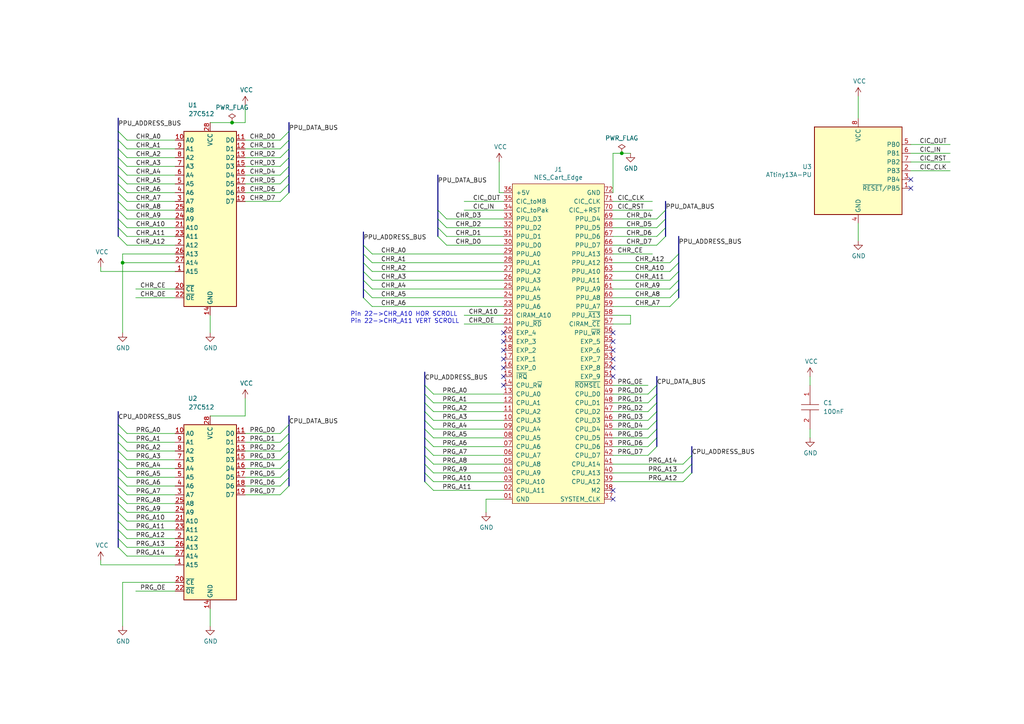
<source format=kicad_sch>
(kicad_sch (version 20211123) (generator eeschema)
  (paper "A4")
  (title_block (title "NES NROM-128 Cartridge") (date "2022-09-24") (rev "1") (company "LoBlast"))
  (lib_symbols
    (symbol "Memory_EPROM:27C512"
      (property "Reference" "U" (at -7.62 26.67 0))
      (property "Value" "27C512" (at 2.54 -26.67 0))
      (symbol "27C512_1_1"
        (rectangle (start -7.62 25.4) (end 7.62 -25.4) (stroke (width 0.254)) (fill (type background)))
        (pin input line (at -10.16 -15.24 0) (length 2.54) (name "A15") (number "1"))
        (pin input line (at -10.16 22.86 0) (length 2.54) (name "A0") (number "10"))
        (pin tri_state line (at 10.16 22.86 180) (length 2.54) (name "D0") (number "11"))
        (pin tri_state line (at 10.16 20.32 180) (length 2.54) (name "D1") (number "12"))
        (pin tri_state line (at 10.16 17.78 180) (length 2.54) (name "D2") (number "13"))
        (pin power_in line (at 0 -27.94 90) (length 2.54) (name "GND") (number "14"))
        (pin tri_state line (at 10.16 15.24 180) (length 2.54) (name "D3") (number "15"))
        (pin tri_state line (at 10.16 12.7 180) (length 2.54) (name "D4") (number "16"))
        (pin tri_state line (at 10.16 10.16 180) (length 2.54) (name "D5") (number "17"))
        (pin tri_state line (at 10.16 7.62 180) (length 2.54) (name "D6") (number "18"))
        (pin tri_state line (at 10.16 5.08 180) (length 2.54) (name "D7") (number "19"))
        (pin input line (at -10.16 -7.62 0) (length 2.54) (name "A12") (number "2"))
        (pin input line (at -10.16 -20.32 0) (length 2.54) (name "~{CE}") (number "20"))
        (pin input line (at -10.16 -2.54 0) (length 2.54) (name "A10") (number "21"))
        (pin input line (at -10.16 -22.86 0) (length 2.54) (name "~{OE}") (number "22"))
        (pin input line (at -10.16 -5.08 0) (length 2.54) (name "A11") (number "23"))
        (pin input line (at -10.16 0 0) (length 2.54) (name "A9") (number "24"))
        (pin input line (at -10.16 2.54 0) (length 2.54) (name "A8") (number "25"))
        (pin input line (at -10.16 -10.16 0) (length 2.54) (name "A13") (number "26"))
        (pin input line (at -10.16 -12.7 0) (length 2.54) (name "A14") (number "27"))
        (pin power_in line (at 0 27.94 270) (length 2.54) (name "VCC") (number "28"))
        (pin input line (at -10.16 5.08 0) (length 2.54) (name "A7") (number "3"))
        (pin input line (at -10.16 7.62 0) (length 2.54) (name "A6") (number "4"))
        (pin input line (at -10.16 10.16 0) (length 2.54) (name "A5") (number "5"))
        (pin input line (at -10.16 12.7 0) (length 2.54) (name "A4") (number "6"))
        (pin input line (at -10.16 15.24 0) (length 2.54) (name "A3") (number "7"))
        (pin input line (at -10.16 17.78 0) (length 2.54) (name "A2") (number "8"))
        (pin input line (at -10.16 20.32 0) (length 2.54) (name "A1") (number "9"))
      )
    )
    (symbol "SamacSys_Parts:104MSR630K" (pin_names (offset 0.762))
      (property "Reference" "C" (at 8.89 6.35 0))
      (property "Value" "104MSR630K" (at 8.89 3.81 0))
      (symbol "104MSR630K_0_0"
        (pin passive line (at 0 0 0) (length 5.08) (name "~") (number "1"))
        (pin passive line (at 12.7 0 180) (length 5.08) (name "~") (number "2"))
      )
      (symbol "104MSR630K_0_1"
        (polyline (pts (xy 5.08 0) (xy 5.588 0)) (stroke (width 0.1524)))
        (polyline (pts (xy 5.588 2.54) (xy 5.588 -2.54)) (stroke (width 0.1524)))
        (polyline (pts (xy 7.112 0) (xy 7.62 0)) (stroke (width 0.1524)))
        (polyline (pts (xy 7.112 2.54) (xy 7.112 -2.54)) (stroke (width 0.1524)))
      )
    )
    (symbol "nes:NES_Cart_Edge" (pin_names (offset 1.016))
      (property "Reference" "J" (at 1.27 93.98 0))
      (property "Value" "NES_Cart_Edge" (at 12.7 -3.81 0))
      (symbol "NES_Cart_Edge_0_1"
        (rectangle (start 0 92.71) (end 26.67 0) (fill (type background)))
      )
      (symbol "NES_Cart_Edge_1_1"
        (pin passive line (at -2.54 1.27 0) (length 2.54) (name "GND") (number "01"))
        (pin output line (at -2.54 3.81 0) (length 2.54) (name "CPU_A11") (number "02"))
        (pin output line (at -2.54 6.35 0) (length 2.54) (name "CPU_A10") (number "03"))
        (pin output line (at -2.54 8.89 0) (length 2.54) (name "CPU_A9") (number "04"))
        (pin output line (at -2.54 11.43 0) (length 2.54) (name "CPU_A8") (number "05"))
        (pin output line (at -2.54 13.97 0) (length 2.54) (name "CPU_A7") (number "06"))
        (pin output line (at -2.54 16.51 0) (length 2.54) (name "CPU_A6") (number "07"))
        (pin output line (at -2.54 19.05 0) (length 2.54) (name "CPU_A5") (number "08"))
        (pin output line (at -2.54 21.59 0) (length 2.54) (name "CPU_A4") (number "09"))
        (pin output line (at -2.54 24.13 0) (length 2.54) (name "CPU_A3") (number "10"))
        (pin output line (at -2.54 26.67 0) (length 2.54) (name "CPU_A2") (number "11"))
        (pin output line (at -2.54 29.21 0) (length 2.54) (name "CPU_A1") (number "12"))
        (pin output line (at -2.54 31.75 0) (length 2.54) (name "CPU_A0") (number "13"))
        (pin input line (at -2.54 34.29 0) (length 2.54) (name "CPU_R~{W}") (number "14"))
        (pin output line (at -2.54 36.83 0) (length 2.54) (name "~{IRQ}") (number "15"))
        (pin passive line (at -2.54 39.37 0) (length 2.54) (name "EXP_0") (number "16"))
        (pin passive line (at -2.54 41.91 0) (length 2.54) (name "EXP_1") (number "17"))
        (pin passive line (at -2.54 44.45 0) (length 2.54) (name "EXP_2") (number "18"))
        (pin passive line (at -2.54 46.99 0) (length 2.54) (name "EXP_3") (number "19"))
        (pin passive line (at -2.54 49.53 0) (length 2.54) (name "EXP_4") (number "20"))
        (pin output line (at -2.54 52.07 0) (length 2.54) (name "PPU_~{RD}") (number "21"))
        (pin passive line (at -2.54 54.61 0) (length 2.54) (name "CIRAM_A10") (number "22"))
        (pin output line (at -2.54 57.15 0) (length 2.54) (name "PPU_A6") (number "23"))
        (pin output line (at -2.54 59.69 0) (length 2.54) (name "PPU_A5") (number "24"))
        (pin output line (at -2.54 62.23 0) (length 2.54) (name "PPU_A4") (number "25"))
        (pin output line (at -2.54 64.77 0) (length 2.54) (name "PPU_A3") (number "26"))
        (pin output line (at -2.54 67.31 0) (length 2.54) (name "PPU_A2") (number "27"))
        (pin output line (at -2.54 69.85 0) (length 2.54) (name "PPU_A1") (number "28"))
        (pin output line (at -2.54 72.39 0) (length 2.54) (name "PPU_A0") (number "29"))
        (pin bidirectional line (at -2.54 74.93 0) (length 2.54) (name "PPU_D0") (number "30"))
        (pin bidirectional line (at -2.54 77.47 0) (length 2.54) (name "PPU_D1") (number "31"))
        (pin bidirectional line (at -2.54 80.01 0) (length 2.54) (name "PPU_D2") (number "32"))
        (pin bidirectional line (at -2.54 82.55 0) (length 2.54) (name "PPU_D3") (number "33"))
        (pin input line (at -2.54 85.09 0) (length 2.54) (name "CIC_toPak") (number "34"))
        (pin output line (at -2.54 87.63 0) (length 2.54) (name "CIC_toMB") (number "35"))
        (pin passive line (at -2.54 90.17 0) (length 2.54) (name "+5V") (number "36"))
        (pin input line (at 29.21 1.27 180) (length 2.54) (name "SYSTEM_CLK") (number "37"))
        (pin input line (at 29.21 3.81 180) (length 2.54) (name "M2") (number "38"))
        (pin output line (at 29.21 6.35 180) (length 2.54) (name "CPU_A12") (number "39"))
        (pin output line (at 29.21 8.89 180) (length 2.54) (name "CPU_A13") (number "40"))
        (pin output line (at 29.21 11.43 180) (length 2.54) (name "CPU_A14") (number "41"))
        (pin bidirectional line (at 29.21 13.97 180) (length 2.54) (name "CPU_D7") (number "42"))
        (pin bidirectional line (at 29.21 16.51 180) (length 2.54) (name "CPU_D6") (number "43"))
        (pin bidirectional line (at 29.21 19.05 180) (length 2.54) (name "CPU_D5") (number "44"))
        (pin bidirectional line (at 29.21 21.59 180) (length 2.54) (name "CPU_D4") (number "45"))
        (pin bidirectional line (at 29.21 24.13 180) (length 2.54) (name "CPU_D3") (number "46"))
        (pin bidirectional line (at 29.21 26.67 180) (length 2.54) (name "CPU_D2") (number "47"))
        (pin bidirectional line (at 29.21 29.21 180) (length 2.54) (name "CPU_D1") (number "48"))
        (pin bidirectional line (at 29.21 31.75 180) (length 2.54) (name "CPU_D0") (number "49"))
        (pin output line (at 29.21 34.29 180) (length 2.54) (name "~{ROMSEL}") (number "50"))
        (pin passive line (at 29.21 36.83 180) (length 2.54) (name "EXP_9") (number "51"))
        (pin passive line (at 29.21 39.37 180) (length 2.54) (name "EXP_8") (number "52"))
        (pin passive line (at 29.21 41.91 180) (length 2.54) (name "EXP_7") (number "53"))
        (pin passive line (at 29.21 44.45 180) (length 2.54) (name "EXP_6") (number "54"))
        (pin passive line (at 29.21 46.99 180) (length 2.54) (name "EXP_5") (number "55"))
        (pin input line (at 29.21 49.53 180) (length 2.54) (name "PPU_~{WR}") (number "56"))
        (pin output line (at 29.21 52.07 180) (length 2.54) (name "CIRAM_~{CE}") (number "57"))
        (pin input line (at 29.21 54.61 180) (length 2.54) (name "PPU_~{A13}") (number "58"))
        (pin output line (at 29.21 57.15 180) (length 2.54) (name "PPU_A7") (number "59"))
        (pin output line (at 29.21 59.69 180) (length 2.54) (name "PPU_A8") (number "60"))
        (pin output line (at 29.21 62.23 180) (length 2.54) (name "PPU_A9") (number "61"))
        (pin output line (at 29.21 64.77 180) (length 2.54) (name "PPU_A11") (number "62"))
        (pin output line (at 29.21 67.31 180) (length 2.54) (name "PPU_A10") (number "63"))
        (pin output line (at 29.21 69.85 180) (length 2.54) (name "PPU_A12") (number "64"))
        (pin output line (at 29.21 72.39 180) (length 2.54) (name "PPU_A13") (number "65"))
        (pin bidirectional line (at 29.21 74.93 180) (length 2.54) (name "PPU_D7") (number "66"))
        (pin bidirectional line (at 29.21 77.47 180) (length 2.54) (name "PPU_D6") (number "67"))
        (pin bidirectional line (at 29.21 80.01 180) (length 2.54) (name "PPU_D5") (number "68"))
        (pin bidirectional line (at 29.21 82.55 180) (length 2.54) (name "PPU_D4") (number "69"))
        (pin input line (at 29.21 85.09 180) (length 2.54) (name "CIC_+RST") (number "70"))
        (pin input line (at 29.21 87.63 180) (length 2.54) (name "CIC_CLK") (number "71"))
        (pin passive line (at 29.21 90.17 180) (length 2.54) (name "GND") (number "72"))
      )
    )
    (symbol "nrom-128-rescue:ATtiny13A-PU-MCU_Microchip_ATtiny"
      (property "Reference" "U" (at -12.7 13.97 0))
      (property "Value" "ATtiny13A-PU-MCU_Microchip_ATtiny" (at 2.54 -13.97 0))
      (symbol "ATtiny13A-PU-MCU_Microchip_ATtiny_0_1"
        (rectangle (start -12.7 -12.7) (end 12.7 12.7) (stroke (width 0.254)) (fill (type background)))
      )
      (symbol "ATtiny13A-PU-MCU_Microchip_ATtiny_1_1"
        (pin bidirectional line (at 15.24 -5.08 180) (length 2.54) (name "~{RESET}/PB5") (number "1"))
        (pin bidirectional line (at 15.24 0 180) (length 2.54) (name "PB3") (number "2"))
        (pin bidirectional line (at 15.24 -2.54 180) (length 2.54) (name "PB4") (number "3"))
        (pin power_in line (at 0 -15.24 90) (length 2.54) (name "GND") (number "4"))
        (pin bidirectional line (at 15.24 7.62 180) (length 2.54) (name "PB0") (number "5"))
        (pin bidirectional line (at 15.24 5.08 180) (length 2.54) (name "PB1") (number "6"))
        (pin bidirectional line (at 15.24 2.54 180) (length 2.54) (name "PB2") (number "7"))
        (pin power_in line (at 0 15.24 270) (length 2.54) (name "VCC") (number "8"))
      )
    )
    (symbol "power:GND" (power) (pin_names (offset 0))
      (property "Value" "GND" (at 0 -3.81 0))
      (symbol "GND_0_1"
        (polyline (pts (xy 0 0) (xy 0 -1.27) (xy 1.27 -1.27) (xy 0 -2.54) (xy -1.27 -1.27) (xy 0 -1.27)))
      )
      (symbol "GND_1_1"
        (pin power_in line (at 0 0 270) (length 0) hide (name "GND") (number "1"))
      )
    )
    (symbol "power:PWR_FLAG" (power) (pin_numbers hide) (pin_names (offset 0) hide)
      (property "Value" "PWR_FLAG" (at 0 3.81 0))
      (symbol "PWR_FLAG_0_0"
        (pin power_out line (at 0 0 90) (length 0) (name "pwr") (number "1"))
      )
      (symbol "PWR_FLAG_0_1"
        (polyline (pts (xy 0 0) (xy 0 1.27) (xy -1.016 1.905) (xy 0 2.54) (xy 1.016 1.905) (xy 0 1.27)))
      )
    )
    (symbol "power:VCC" (power) (pin_names (offset 0))
      (property "Value" "VCC" (at 0 3.81 0))
      (symbol "VCC_0_1"
        (polyline (pts (xy -0.762 1.27) (xy 0 2.54)))
        (polyline (pts (xy 0 0) (xy 0 2.54)))
        (polyline (pts (xy 0 2.54) (xy 0.762 1.27)))
      )
      (symbol "VCC_1_1"
        (pin power_in line (at 0 0 90) (length 0) hide (name "VCC") (number "1"))
      )
    )
  )
  (junction (at 67.31 35.56))
  (junction (at 180.34 44.45))
  (junction (at 35.56 76.2))
  (no_connect (at 177.8 96.52))
  (no_connect (at 177.8 109.22))
  (no_connect (at 177.8 101.6))
  (no_connect (at 146.05 99.06))
  (no_connect (at 264.16 54.61))
  (no_connect (at 264.16 52.07))
  (no_connect (at 177.8 106.68))
  (no_connect (at 177.8 104.14))
  (no_connect (at 146.05 109.22))
  (no_connect (at 146.05 111.76))
  (no_connect (at 146.05 96.52))
  (no_connect (at 146.05 106.68))
  (no_connect (at 177.8 99.06))
  (no_connect (at 177.8 142.24))
  (no_connect (at 177.8 144.78))
  (no_connect (at 146.05 101.6))
  (no_connect (at 146.05 104.14))
  (bus_entry (at 81.28 45.72) (size 2.54 -2.54))
  (bus_entry (at 194.31 81.28) (size 2.54 -2.54))
  (bus_entry (at 190.5 66.04) (size 2.54 -2.54))
  (bus_entry (at 187.96 119.38) (size 2.54 -2.54))
  (bus_entry (at 198.12 139.7) (size 2.54 -2.54))
  (bus_entry (at 123.19 134.62) (size 2.54 2.54))
  (bus_entry (at 34.29 45.72) (size 2.54 2.54))
  (bus_entry (at 34.29 138.43) (size 2.54 2.54))
  (bus_entry (at 190.5 63.5) (size 2.54 -2.54))
  (bus_entry (at 129.54 68.58) (size -2.54 -2.54))
  (bus_entry (at 81.28 48.26) (size 2.54 -2.54))
  (bus_entry (at 81.28 58.42) (size 2.54 -2.54))
  (bus_entry (at 34.29 68.58) (size 2.54 2.54))
  (bus_entry (at 123.19 139.7) (size 2.54 2.54))
  (bus_entry (at 105.41 81.28) (size 2.54 2.54))
  (bus_entry (at 34.29 53.34) (size 2.54 2.54))
  (bus_entry (at 187.96 129.54) (size 2.54 -2.54))
  (bus_entry (at 34.29 123.19) (size 2.54 2.54))
  (bus_entry (at 123.19 132.08) (size 2.54 2.54))
  (bus_entry (at 123.19 119.38) (size 2.54 2.54))
  (bus_entry (at 194.31 83.82) (size 2.54 -2.54))
  (bus_entry (at 123.19 137.16) (size 2.54 2.54))
  (bus_entry (at 34.29 55.88) (size 2.54 2.54))
  (bus_entry (at 81.28 143.51) (size 2.54 -2.54))
  (bus_entry (at 34.29 156.21) (size 2.54 2.54))
  (bus_entry (at 81.28 135.89) (size 2.54 -2.54))
  (bus_entry (at 34.29 66.04) (size 2.54 2.54))
  (bus_entry (at 34.29 60.96) (size 2.54 2.54))
  (bus_entry (at 34.29 38.1) (size 2.54 2.54))
  (bus_entry (at 123.19 127) (size 2.54 2.54))
  (bus_entry (at 187.96 132.08) (size 2.54 -2.54))
  (bus_entry (at 34.29 130.81) (size 2.54 2.54))
  (bus_entry (at 105.41 78.74) (size 2.54 2.54))
  (bus_entry (at 123.19 121.92) (size 2.54 2.54))
  (bus_entry (at 187.96 114.3) (size 2.54 -2.54))
  (bus_entry (at 129.54 63.5) (size -2.54 -2.54))
  (bus_entry (at 105.41 71.12) (size 2.54 2.54))
  (bus_entry (at 105.41 73.66) (size 2.54 2.54))
  (bus_entry (at 34.29 148.59) (size 2.54 2.54))
  (bus_entry (at 34.29 151.13) (size 2.54 2.54))
  (bus_entry (at 81.28 130.81) (size 2.54 -2.54))
  (bus_entry (at 34.29 63.5) (size 2.54 2.54))
  (bus_entry (at 81.28 53.34) (size 2.54 -2.54))
  (bus_entry (at 194.31 78.74) (size 2.54 -2.54))
  (bus_entry (at 34.29 125.73) (size 2.54 2.54))
  (bus_entry (at 129.54 66.04) (size -2.54 -2.54))
  (bus_entry (at 129.54 71.12) (size -2.54 -2.54))
  (bus_entry (at 34.29 133.35) (size 2.54 2.54))
  (bus_entry (at 81.28 40.64) (size 2.54 -2.54))
  (bus_entry (at 123.19 116.84) (size 2.54 2.54))
  (bus_entry (at 34.29 153.67) (size 2.54 2.54))
  (bus_entry (at 81.28 43.18) (size 2.54 -2.54))
  (bus_entry (at 34.29 146.05) (size 2.54 2.54))
  (bus_entry (at 190.5 68.58) (size 2.54 -2.54))
  (bus_entry (at 34.29 158.75) (size 2.54 2.54))
  (bus_entry (at 34.29 128.27) (size 2.54 2.54))
  (bus_entry (at 34.29 50.8) (size 2.54 2.54))
  (bus_entry (at 34.29 140.97) (size 2.54 2.54))
  (bus_entry (at 34.29 135.89) (size 2.54 2.54))
  (bus_entry (at 194.31 76.2) (size 2.54 -2.54))
  (bus_entry (at 34.29 40.64) (size 2.54 2.54))
  (bus_entry (at 34.29 143.51) (size 2.54 2.54))
  (bus_entry (at 187.96 124.46) (size 2.54 -2.54))
  (bus_entry (at 81.28 125.73) (size 2.54 -2.54))
  (bus_entry (at 123.19 124.46) (size 2.54 2.54))
  (bus_entry (at 187.96 121.92) (size 2.54 -2.54))
  (bus_entry (at 34.29 58.42) (size 2.54 2.54))
  (bus_entry (at 81.28 133.35) (size 2.54 -2.54))
  (bus_entry (at 81.28 138.43) (size 2.54 -2.54))
  (bus_entry (at 194.31 88.9) (size 2.54 -2.54))
  (bus_entry (at 81.28 50.8) (size 2.54 -2.54))
  (bus_entry (at 81.28 128.27) (size 2.54 -2.54))
  (bus_entry (at 194.31 86.36) (size 2.54 -2.54))
  (bus_entry (at 123.19 114.3) (size 2.54 2.54))
  (bus_entry (at 187.96 116.84) (size 2.54 -2.54))
  (bus_entry (at 105.41 76.2) (size 2.54 2.54))
  (bus_entry (at 81.28 55.88) (size 2.54 -2.54))
  (bus_entry (at 105.41 86.36) (size 2.54 2.54))
  (bus_entry (at 123.19 111.76) (size 2.54 2.54))
  (bus_entry (at 198.12 137.16) (size 2.54 -2.54))
  (bus_entry (at 198.12 134.62) (size 2.54 -2.54))
  (bus_entry (at 34.29 43.18) (size 2.54 2.54))
  (bus_entry (at 81.28 140.97) (size 2.54 -2.54))
  (bus_entry (at 123.19 129.54) (size 2.54 2.54))
  (bus_entry (at 187.96 127) (size 2.54 -2.54))
  (bus_entry (at 34.29 48.26) (size 2.54 2.54))
  (bus_entry (at 105.41 83.82) (size 2.54 2.54))
  (bus_entry (at 190.5 71.12) (size 2.54 -2.54))
  (wire (pts (xy 177.8 119.38) (xy 187.96 119.38)))
  (wire (pts (xy 177.8 116.84) (xy 187.96 116.84)))
  (bus (pts (xy 34.29 45.72) (xy 34.29 48.26)))
  (wire (pts (xy 50.8 73.66) (xy 35.56 73.66)))
  (bus (pts (xy 193.04 60.96) (xy 193.04 63.5)))
  (wire (pts (xy 198.12 134.62) (xy 177.8 134.62)))
  (wire (pts (xy 71.12 135.89) (xy 81.28 135.89)))
  (bus (pts (xy 196.85 68.58) (xy 196.85 73.66)))
  (bus (pts (xy 193.04 66.04) (xy 193.04 68.58)))
  (wire (pts (xy 198.12 137.16) (xy 177.8 137.16)))
  (bus (pts (xy 83.82 135.89) (xy 83.82 138.43)))
  (wire (pts (xy 29.21 163.83) (xy 29.21 162.56)))
  (wire (pts (xy 129.54 68.58) (xy 146.05 68.58)))
  (wire (pts (xy 177.8 63.5) (xy 190.5 63.5)))
  (wire (pts (xy 177.8 127) (xy 187.96 127)))
  (bus (pts (xy 34.29 50.8) (xy 34.29 53.34)))
  (bus (pts (xy 34.29 119.38) (xy 34.29 123.19)))
  (wire (pts (xy 146.05 121.92) (xy 125.73 121.92)))
  (wire (pts (xy 194.31 81.28) (xy 177.8 81.28)))
  (wire (pts (xy 50.8 138.43) (xy 36.83 138.43)))
  (bus (pts (xy 123.19 114.3) (xy 123.19 116.84)))
  (wire (pts (xy 146.05 132.08) (xy 125.73 132.08)))
  (bus (pts (xy 83.82 128.27) (xy 83.82 130.81)))
  (bus (pts (xy 123.19 132.08) (xy 123.19 134.62)))
  (bus (pts (xy 123.19 127) (xy 123.19 129.54)))
  (bus (pts (xy 190.5 127) (xy 190.5 129.54)))
  (wire (pts (xy 129.54 71.12) (xy 146.05 71.12)))
  (wire (pts (xy 71.12 53.34) (xy 81.28 53.34)))
  (wire (pts (xy 234.95 109.22) (xy 234.95 111.76)))
  (wire (pts (xy 50.8 163.83) (xy 29.21 163.83)))
  (wire (pts (xy 177.8 55.88) (xy 177.8 44.45)))
  (wire (pts (xy 50.8 83.82) (xy 39.37 83.82)))
  (bus (pts (xy 123.19 134.62) (xy 123.19 137.16)))
  (bus (pts (xy 34.29 53.34) (xy 34.29 55.88)))
  (bus (pts (xy 34.29 55.88) (xy 34.29 58.42)))
  (wire (pts (xy 50.8 50.8) (xy 36.83 50.8)))
  (wire (pts (xy 146.05 116.84) (xy 125.73 116.84)))
  (wire (pts (xy 50.8 171.45) (xy 39.37 171.45)))
  (wire (pts (xy 50.8 156.21) (xy 36.83 156.21)))
  (wire (pts (xy 146.05 127) (xy 125.73 127)))
  (bus (pts (xy 105.41 71.12) (xy 105.41 73.66)))
  (bus (pts (xy 123.19 129.54) (xy 123.19 132.08)))
  (wire (pts (xy 71.12 133.35) (xy 81.28 133.35)))
  (bus (pts (xy 34.29 133.35) (xy 34.29 135.89)))
  (bus (pts (xy 200.66 134.62) (xy 200.66 137.16)))
  (bus (pts (xy 34.29 156.21) (xy 34.29 158.75)))
  (wire (pts (xy 264.16 44.45) (xy 275.59 44.45)))
  (wire (pts (xy 50.8 60.96) (xy 36.83 60.96)))
  (wire (pts (xy 146.05 144.78) (xy 140.97 144.78)))
  (wire (pts (xy 50.8 153.67) (xy 36.83 153.67)))
  (wire (pts (xy 50.8 143.51) (xy 36.83 143.51)))
  (wire (pts (xy 71.12 128.27) (xy 81.28 128.27)))
  (bus (pts (xy 123.19 111.76) (xy 123.19 114.3)))
  (bus (pts (xy 105.41 78.74) (xy 105.41 81.28)))
  (wire (pts (xy 71.12 138.43) (xy 81.28 138.43)))
  (wire (pts (xy 146.05 83.82) (xy 107.95 83.82)))
  (wire (pts (xy 129.54 63.5) (xy 146.05 63.5)))
  (wire (pts (xy 194.31 86.36) (xy 177.8 86.36)))
  (wire (pts (xy 71.12 55.88) (xy 81.28 55.88)))
  (bus (pts (xy 83.82 35.56) (xy 83.82 38.1)))
  (bus (pts (xy 196.85 76.2) (xy 196.85 78.74)))
  (wire (pts (xy 146.05 91.44) (xy 134.62 91.44)))
  (wire (pts (xy 248.92 64.77) (xy 248.92 69.85)))
  (bus (pts (xy 190.5 114.3) (xy 190.5 116.84)))
  (bus (pts (xy 105.41 73.66) (xy 105.41 76.2)))
  (wire (pts (xy 60.96 35.56) (xy 67.31 35.56)))
  (bus (pts (xy 34.29 123.19) (xy 34.29 125.73)))
  (wire (pts (xy 146.05 142.24) (xy 125.73 142.24)))
  (bus (pts (xy 105.41 76.2) (xy 105.41 78.74)))
  (wire (pts (xy 182.88 93.98) (xy 177.8 93.98)))
  (wire (pts (xy 182.88 91.44) (xy 182.88 93.98)))
  (wire (pts (xy 71.12 125.73) (xy 81.28 125.73)))
  (wire (pts (xy 50.8 58.42) (xy 36.83 58.42)))
  (wire (pts (xy 264.16 46.99) (xy 275.59 46.99)))
  (bus (pts (xy 123.19 137.16) (xy 123.19 139.7)))
  (wire (pts (xy 50.8 53.34) (xy 36.83 53.34)))
  (wire (pts (xy 50.8 130.81) (xy 36.83 130.81)))
  (wire (pts (xy 29.21 78.74) (xy 29.21 77.47)))
  (bus (pts (xy 105.41 67.31) (xy 105.41 71.12)))
  (wire (pts (xy 50.8 158.75) (xy 36.83 158.75)))
  (bus (pts (xy 200.66 129.54) (xy 200.66 132.08)))
  (wire (pts (xy 67.31 35.56) (xy 71.12 35.56)))
  (wire (pts (xy 50.8 43.18) (xy 36.83 43.18)))
  (wire (pts (xy 35.56 76.2) (xy 35.56 96.52)))
  (bus (pts (xy 34.29 66.04) (xy 34.29 68.58)))
  (wire (pts (xy 71.12 120.65) (xy 60.96 120.65)))
  (wire (pts (xy 50.8 86.36) (xy 39.37 86.36)))
  (bus (pts (xy 34.29 153.67) (xy 34.29 156.21)))
  (wire (pts (xy 129.54 66.04) (xy 146.05 66.04)))
  (wire (pts (xy 50.8 161.29) (xy 36.83 161.29)))
  (bus (pts (xy 123.19 116.84) (xy 123.19 119.38)))
  (bus (pts (xy 34.29 43.18) (xy 34.29 45.72)))
  (bus (pts (xy 127 50.8) (xy 127 60.96)))
  (bus (pts (xy 83.82 40.64) (xy 83.82 43.18)))
  (wire (pts (xy 264.16 49.53) (xy 275.59 49.53)))
  (wire (pts (xy 146.05 78.74) (xy 107.95 78.74)))
  (wire (pts (xy 146.05 124.46) (xy 125.73 124.46)))
  (wire (pts (xy 146.05 55.88) (xy 144.78 55.88)))
  (wire (pts (xy 177.8 71.12) (xy 190.5 71.12)))
  (wire (pts (xy 146.05 86.36) (xy 107.95 86.36)))
  (wire (pts (xy 144.78 55.88) (xy 144.78 46.99)))
  (wire (pts (xy 177.8 60.96) (xy 189.23 60.96)))
  (bus (pts (xy 83.82 48.26) (xy 83.82 50.8)))
  (wire (pts (xy 180.34 44.45) (xy 182.88 44.45)))
  (bus (pts (xy 196.85 73.66) (xy 196.85 76.2)))
  (bus (pts (xy 123.19 119.38) (xy 123.19 121.92)))
  (wire (pts (xy 146.05 93.98) (xy 134.62 93.98)))
  (bus (pts (xy 83.82 50.8) (xy 83.82 53.34)))
  (wire (pts (xy 177.8 58.42) (xy 189.23 58.42)))
  (bus (pts (xy 34.29 148.59) (xy 34.29 151.13)))
  (wire (pts (xy 50.8 66.04) (xy 36.83 66.04)))
  (bus (pts (xy 34.29 128.27) (xy 34.29 130.81)))
  (wire (pts (xy 50.8 76.2) (xy 35.56 76.2)))
  (bus (pts (xy 123.19 121.92) (xy 123.19 124.46)))
  (wire (pts (xy 71.12 120.65) (xy 71.12 115.57)))
  (wire (pts (xy 50.8 148.59) (xy 36.83 148.59)))
  (wire (pts (xy 140.97 144.78) (xy 140.97 148.59)))
  (bus (pts (xy 127 66.04) (xy 127 68.58)))
  (wire (pts (xy 146.05 76.2) (xy 107.95 76.2)))
  (bus (pts (xy 34.29 130.81) (xy 34.29 133.35)))
  (wire (pts (xy 194.31 78.74) (xy 177.8 78.74)))
  (bus (pts (xy 193.04 58.42) (xy 193.04 60.96)))
  (bus (pts (xy 34.29 138.43) (xy 34.29 140.97)))
  (wire (pts (xy 177.8 68.58) (xy 190.5 68.58)))
  (bus (pts (xy 123.19 124.46) (xy 123.19 127)))
  (bus (pts (xy 83.82 53.34) (xy 83.82 55.88)))
  (wire (pts (xy 50.8 146.05) (xy 36.83 146.05)))
  (bus (pts (xy 34.29 125.73) (xy 34.29 128.27)))
  (wire (pts (xy 146.05 114.3) (xy 125.73 114.3)))
  (bus (pts (xy 193.04 63.5) (xy 193.04 66.04)))
  (wire (pts (xy 134.62 58.42) (xy 146.05 58.42)))
  (bus (pts (xy 196.85 83.82) (xy 196.85 86.36)))
  (bus (pts (xy 196.85 81.28) (xy 196.85 83.82)))
  (bus (pts (xy 34.29 140.97) (xy 34.29 143.51)))
  (wire (pts (xy 71.12 45.72) (xy 81.28 45.72)))
  (wire (pts (xy 71.12 48.26) (xy 81.28 48.26)))
  (wire (pts (xy 177.8 124.46) (xy 187.96 124.46)))
  (bus (pts (xy 34.29 58.42) (xy 34.29 60.96)))
  (wire (pts (xy 50.8 135.89) (xy 36.83 135.89)))
  (bus (pts (xy 190.5 116.84) (xy 190.5 119.38)))
  (wire (pts (xy 50.8 68.58) (xy 36.83 68.58)))
  (wire (pts (xy 146.05 139.7) (xy 125.73 139.7)))
  (wire (pts (xy 50.8 55.88) (xy 36.83 55.88)))
  (bus (pts (xy 190.5 109.22) (xy 190.5 111.76)))
  (bus (pts (xy 34.29 38.1) (xy 34.29 40.64)))
  (bus (pts (xy 34.29 34.29) (xy 34.29 38.1)))
  (wire (pts (xy 60.96 176.53) (xy 60.96 181.61)))
  (bus (pts (xy 34.29 143.51) (xy 34.29 146.05)))
  (bus (pts (xy 34.29 60.96) (xy 34.29 63.5)))
  (wire (pts (xy 146.05 88.9) (xy 107.95 88.9)))
  (wire (pts (xy 35.56 168.91) (xy 35.56 181.61)))
  (wire (pts (xy 177.8 111.76) (xy 187.96 111.76)))
  (bus (pts (xy 200.66 132.08) (xy 200.66 134.62)))
  (bus (pts (xy 34.29 146.05) (xy 34.29 148.59)))
  (bus (pts (xy 190.5 111.76) (xy 190.5 114.3)))
  (bus (pts (xy 34.29 40.64) (xy 34.29 43.18)))
  (wire (pts (xy 50.8 125.73) (xy 36.83 125.73)))
  (bus (pts (xy 83.82 43.18) (xy 83.82 45.72)))
  (wire (pts (xy 35.56 73.66) (xy 35.56 76.2)))
  (wire (pts (xy 134.62 60.96) (xy 146.05 60.96)))
  (wire (pts (xy 50.8 168.91) (xy 35.56 168.91)))
  (wire (pts (xy 194.31 83.82) (xy 177.8 83.82)))
  (bus (pts (xy 34.29 48.26) (xy 34.29 50.8)))
  (wire (pts (xy 177.8 44.45) (xy 180.34 44.45)))
  (wire (pts (xy 177.8 91.44) (xy 182.88 91.44)))
  (wire (pts (xy 71.12 140.97) (xy 81.28 140.97)))
  (wire (pts (xy 194.31 88.9) (xy 177.8 88.9)))
  (bus (pts (xy 105.41 81.28) (xy 105.41 83.82)))
  (wire (pts (xy 146.05 73.66) (xy 107.95 73.66)))
  (wire (pts (xy 177.8 121.92) (xy 187.96 121.92)))
  (wire (pts (xy 146.05 137.16) (xy 125.73 137.16)))
  (wire (pts (xy 50.8 128.27) (xy 36.83 128.27)))
  (bus (pts (xy 34.29 151.13) (xy 34.29 153.67)))
  (bus (pts (xy 196.85 78.74) (xy 196.85 81.28)))
  (wire (pts (xy 177.8 73.66) (xy 189.23 73.66)))
  (wire (pts (xy 71.12 35.56) (xy 71.12 30.48)))
  (wire (pts (xy 60.96 91.44) (xy 60.96 96.52)))
  (wire (pts (xy 177.8 66.04) (xy 190.5 66.04)))
  (wire (pts (xy 177.8 129.54) (xy 187.96 129.54)))
  (wire (pts (xy 50.8 140.97) (xy 36.83 140.97)))
  (wire (pts (xy 234.95 124.46) (xy 234.95 127)))
  (wire (pts (xy 146.05 134.62) (xy 125.73 134.62)))
  (wire (pts (xy 50.8 40.64) (xy 36.83 40.64)))
  (bus (pts (xy 123.19 107.95) (xy 123.19 111.76)))
  (wire (pts (xy 146.05 81.28) (xy 107.95 81.28)))
  (wire (pts (xy 71.12 58.42) (xy 81.28 58.42)))
  (wire (pts (xy 50.8 133.35) (xy 36.83 133.35)))
  (wire (pts (xy 264.16 41.91) (xy 275.59 41.91)))
  (wire (pts (xy 50.8 45.72) (xy 36.83 45.72)))
  (wire (pts (xy 198.12 139.7) (xy 177.8 139.7)))
  (wire (pts (xy 248.92 34.29) (xy 248.92 27.94)))
  (bus (pts (xy 127 63.5) (xy 127 66.04)))
  (bus (pts (xy 83.82 125.73) (xy 83.82 128.27)))
  (wire (pts (xy 177.8 114.3) (xy 187.96 114.3)))
  (bus (pts (xy 83.82 45.72) (xy 83.82 48.26)))
  (wire (pts (xy 146.05 129.54) (xy 125.73 129.54)))
  (wire (pts (xy 71.12 50.8) (xy 81.28 50.8)))
  (bus (pts (xy 83.82 123.19) (xy 83.82 125.73)))
  (bus (pts (xy 34.29 63.5) (xy 34.29 66.04)))
  (bus (pts (xy 83.82 138.43) (xy 83.82 140.97)))
  (wire (pts (xy 50.8 151.13) (xy 36.83 151.13)))
  (wire (pts (xy 50.8 48.26) (xy 36.83 48.26)))
  (bus (pts (xy 127 60.96) (xy 127 63.5)))
  (bus (pts (xy 83.82 38.1) (xy 83.82 40.64)))
  (bus (pts (xy 83.82 120.65) (xy 83.82 123.19)))
  (wire (pts (xy 71.12 130.81) (xy 81.28 130.81)))
  (wire (pts (xy 71.12 40.64) (xy 81.28 40.64)))
  (wire (pts (xy 146.05 119.38) (xy 125.73 119.38)))
  (wire (pts (xy 50.8 71.12) (xy 36.83 71.12)))
  (wire (pts (xy 50.8 63.5) (xy 36.83 63.5)))
  (wire (pts (xy 71.12 143.51) (xy 81.28 143.51)))
  (bus (pts (xy 190.5 124.46) (xy 190.5 127)))
  (bus (pts (xy 34.29 135.89) (xy 34.29 138.43)))
  (wire (pts (xy 177.8 132.08) (xy 187.96 132.08)))
  (bus (pts (xy 83.82 130.81) (xy 83.82 133.35)))
  (wire (pts (xy 50.8 78.74) (xy 29.21 78.74)))
  (wire (pts (xy 71.12 43.18) (xy 81.28 43.18)))
  (wire (pts (xy 194.31 76.2) (xy 177.8 76.2)))
  (bus (pts (xy 190.5 121.92) (xy 190.5 124.46)))
  (bus (pts (xy 190.5 119.38) (xy 190.5 121.92)))
  (bus (pts (xy 83.82 133.35) (xy 83.82 135.89)))
  (bus (pts (xy 105.41 83.82) (xy 105.41 86.36)))
  (text "Pin 22->CHR_A10 HOR SCROLL\nPin 22->CHR_A11 VERT SCROLL" (at 101.6 93.98 0) (effects (font (size 1.27 1.27)) (justify left bottom)))
  (label "PRG_A10" (at 39.37 151.13 0))
  (label "PRG_D1" (at 179.07 116.84 0))
  (label "PRG_A6" (at 128.27 129.54 0))
  (label "PRG_OE" (at 179.07 111.76 0))
  (label "CHR_A3" (at 110.49 81.28 0))
  (label "CHR_A9" (at 39.37 63.5 0))
  (label "PRG_D2" (at 179.07 119.38 0))
  (label "PRG_A0" (at 39.37 125.73 0))
  (label "PRG_D0" (at 179.07 114.3 0))
  (label "PRG_A7" (at 128.27 132.08 0))
  (label "CHR_D6" (at 181.61 68.58 0))
  (label "CIC_OUT" (at 266.7 41.91 0))
  (label "PRG_A12" (at 39.37 156.21 0))
  (label "PRG_A11" (at 128.27 142.24 0))
  (label "CHR_D2" (at 72.39 45.72 0))
  (label "CHR_A2" (at 39.37 45.72 0))
  (label "PRG_D7" (at 179.07 132.08 0))
  (label "CHR_A0" (at 110.49 73.66 0))
  (label "CIC_RST" (at 179.07 60.96 0))
  (label "CHR_CE" (at 179.07 73.66 0))
  (label "CHR_A10" (at 184.15 78.74 0))
  (label "PRG_A6" (at 39.37 140.97 0))
  (label "CPU_ADDRESS_BUS" (at 34.29 121.92 0))
  (label "CHR_D4" (at 72.39 50.8 0))
  (label "PRG_D1" (at 72.39 128.27 0))
  (label "PRG_D6" (at 72.39 140.97 0))
  (label "PRG_D3" (at 72.39 133.35 0))
  (label "CIC_IN" (at 137.16 60.96 0))
  (label "CHR_A11" (at 39.37 68.58 0))
  (label "PRG_A10" (at 128.27 139.7 0))
  (label "CPU_DATA_BUS" (at 83.82 123.19 0))
  (label "PRG_A7" (at 39.37 143.51 0))
  (label "CHR_A9" (at 184.15 83.82 0))
  (label "CHR_A5" (at 39.37 53.34 0))
  (label "CIC_CLK" (at 266.7 49.53 0))
  (label "PPU_ADDRESS_BUS" (at 105.41 69.85 0))
  (label "CIC_OUT" (at 137.16 58.42 0))
  (label "CHR_D1" (at 132.08 68.58 0))
  (label "CHR_A10" (at 135.89 91.44 0))
  (label "CHR_A7" (at 184.15 88.9 0))
  (label "CIC_RST" (at 266.7 46.99 0))
  (label "CHR_D0" (at 132.08 71.12 0))
  (label "CHR_D0" (at 72.39 40.64 0))
  (label "PRG_D2" (at 72.39 130.81 0))
  (label "PPU_DATA_BUS" (at 83.82 38.1 0))
  (label "PRG_D7" (at 72.39 143.51 0))
  (label "PPU_DATA_BUS" (at 127 53.34 0))
  (label "PRG_A4" (at 128.27 124.46 0))
  (label "CHR_A11" (at 184.15 81.28 0))
  (label "CPU_ADDRESS_BUS" (at 200.66 132.08 0))
  (label "PRG_A3" (at 128.27 121.92 0))
  (label "CHR_A5" (at 110.49 86.36 0))
  (label "CHR_A4" (at 110.49 83.82 0))
  (label "PRG_A9" (at 39.37 148.59 0))
  (label "CHR_OE" (at 40.64 86.36 0))
  (label "CHR_D4" (at 181.61 63.5 0))
  (label "CHR_A12" (at 39.37 71.12 0))
  (label "PRG_A14" (at 187.96 134.62 0))
  (label "PRG_A5" (at 39.37 138.43 0))
  (label "PRG_A13" (at 39.37 158.75 0))
  (label "PRG_A9" (at 128.27 137.16 0))
  (label "CHR_A6" (at 39.37 55.88 0))
  (label "CHR_OE" (at 135.89 93.98 0))
  (label "CHR_A10" (at 39.37 66.04 0))
  (label "PPU_ADDRESS_BUS" (at 34.29 36.83 0))
  (label "CHR_A4" (at 39.37 50.8 0))
  (label "PRG_A4" (at 39.37 135.89 0))
  (label "PRG_A3" (at 39.37 133.35 0))
  (label "CHR_A0" (at 39.37 40.64 0))
  (label "CHR_A1" (at 39.37 43.18 0))
  (label "CHR_A2" (at 110.49 78.74 0))
  (label "PRG_A2" (at 39.37 130.81 0))
  (label "PRG_A0" (at 128.27 114.3 0))
  (label "CHR_D5" (at 181.61 66.04 0))
  (label "CHR_A1" (at 110.49 76.2 0))
  (label "PRG_OE" (at 40.64 171.45 0))
  (label "CHR_CE" (at 40.64 83.82 0))
  (label "PRG_A11" (at 39.37 153.67 0))
  (label "CIC_IN" (at 266.7 44.45 0))
  (label "CHR_A6" (at 110.49 88.9 0))
  (label "CHR_A7" (at 39.37 58.42 0))
  (label "PRG_D4" (at 72.39 135.89 0))
  (label "PRG_A1" (at 39.37 128.27 0))
  (label "PRG_A1" (at 128.27 116.84 0))
  (label "PRG_D3" (at 179.07 121.92 0))
  (label "CHR_D3" (at 72.39 48.26 0))
  (label "PRG_D5" (at 179.07 127 0))
  (label "PRG_D0" (at 72.39 125.73 0))
  (label "CHR_D5" (at 72.39 53.34 0))
  (label "CIC_CLK" (at 179.07 58.42 0))
  (label "PRG_A2" (at 128.27 119.38 0))
  (label "PRG_D6" (at 179.07 129.54 0))
  (label "PRG_A5" (at 128.27 127 0))
  (label "PPU_DATA_BUS" (at 193.04 60.96 0))
  (label "PRG_D5" (at 72.39 138.43 0))
  (label "CHR_A8" (at 39.37 60.96 0))
  (label "PRG_A13" (at 187.96 137.16 0))
  (label "CHR_D2" (at 132.08 66.04 0))
  (label "CHR_A3" (at 39.37 48.26 0))
  (label "CHR_A8" (at 184.15 86.36 0))
  (label "PRG_A14" (at 39.37 161.29 0))
  (label "CHR_D3" (at 132.08 63.5 0))
  (label "PRG_A8" (at 128.27 134.62 0))
  (label "CPU_DATA_BUS" (at 190.5 111.76 0))
  (label "CHR_D7" (at 181.61 71.12 0))
  (label "CPU_ADDRESS_BUS" (at 123.19 110.49 0))
  (label "CHR_D7" (at 72.39 58.42 0))
  (label "CHR_D6" (at 72.39 55.88 0))
  (label "PRG_A12" (at 187.96 139.7 0))
  (label "PRG_D4" (at 179.07 124.46 0))
  (label "CHR_A12" (at 184.15 76.2 0))
  (label "PRG_A8" (at 39.37 146.05 0))
  (label "CHR_D1" (at 72.39 43.18 0))
  (label "PPU_ADDRESS_BUS" (at 196.85 71.12 0))
  (symbol (lib_id "nes:NES_Cart_Edge") (at 148.59 146.05 0) (unit 1)
    (property "Reference" "J1" (at 161.925 49.149 0))
    (property "Value" "NES_Cart_Edge" (at 161.925 51.4604 0))
    (property "Footprint" "nes edge conector:NES_Cart_edge" (effects hide))
  )
  (symbol (lib_id "Memory_EPROM:27C512") (at 60.96 148.59 0) (unit 1)
    (property "Reference" "U2" (at 55.88 115.57 0))
    (property "Value" "27C512" (at 58.42 118.11 0))
    (property "Footprint" "Package_DIP:DIP-28_W15.24mm" (effects hide))
    (property "Datasheet" "http://ww1.microchip.com/downloads/en/DeviceDoc/doc0015.pdf" (effects hide))
  )
  (symbol (lib_id "Memory_EPROM:27C512") (at 60.96 63.5 0) (unit 1)
    (property "Reference" "U1" (at 55.88 30.48 0))
    (property "Value" "27C512" (at 58.42 33.02 0))
    (property "Footprint" "Package_DIP:DIP-28_W15.24mm" (effects hide))
    (property "Datasheet" "http://ww1.microchip.com/downloads/en/DeviceDoc/doc0015.pdf" (effects hide))
  )
  (symbol (lib_id "nrom-128-rescue:ATtiny13A-PU-MCU_Microchip_ATtiny") (at 248.92 49.53 0) (unit 1)
    (property "Reference" "U3" (at 235.4834 48.3616 0) (effects (justify right)))
    (property "Value" "ATtiny13A-PU" (at 235.4834 50.673 0) (effects (justify right)))
    (property "Footprint" "Package_DIP:DIP-8_W7.62mm" (effects hide))
    (property "Datasheet" "http://ww1.microchip.com/downloads/en/DeviceDoc/doc8126.pdf" (effects hide))
  )
  (symbol (lib_id "power:GND") (at 234.95 127 0) (unit 1)
    (property "Reference" "#PWR0110" (effects hide))
    (property "Value" "GND" (at 235.077 131.3942 0))
  )
  (symbol (lib_id "power:VCC") (at 234.95 109.22 0) (unit 1)
    (property "Reference" "#PWR0111" (effects hide))
    (property "Value" "VCC" (at 235.331 104.8258 0))
  )
  (symbol (lib_id "power:GND") (at 60.96 96.52 0) (unit 1)
    (property "Reference" "#PWR0101" (effects hide))
    (property "Value" "GND" (at 61.087 100.9142 0))
  )
  (symbol (lib_id "power:GND") (at 60.96 181.61 0) (unit 1)
    (property "Reference" "#PWR0102" (effects hide))
    (property "Value" "GND" (at 61.087 186.0042 0))
  )
  (symbol (lib_id "power:GND") (at 140.97 148.59 0) (unit 1)
    (property "Reference" "#PWR0103" (effects hide))
    (property "Value" "GND" (at 141.097 152.9842 0))
  )
  (symbol (lib_id "power:GND") (at 182.88 44.45 0) (unit 1)
    (property "Reference" "#PWR0104" (effects hide))
    (property "Value" "GND" (at 183.007 48.8442 0))
  )
  (symbol (lib_id "power:GND") (at 248.92 69.85 0) (unit 1)
    (property "Reference" "#PWR0105" (effects hide))
    (property "Value" "GND" (at 249.047 74.2442 0))
  )
  (symbol (lib_id "power:VCC") (at 144.78 46.99 0) (unit 1)
    (property "Reference" "#PWR0106" (effects hide))
    (property "Value" "VCC" (at 145.161 42.5958 0))
  )
  (symbol (lib_id "power:VCC") (at 71.12 30.48 0) (unit 1)
    (property "Reference" "#PWR0107" (effects hide))
    (property "Value" "VCC" (at 71.501 26.0858 0))
  )
  (symbol (lib_id "power:VCC") (at 71.12 115.57 0) (unit 1)
    (property "Reference" "#PWR0108" (effects hide))
    (property "Value" "VCC" (at 71.501 111.1758 0))
  )
  (symbol (lib_id "power:VCC") (at 248.92 27.94 0) (unit 1)
    (property "Reference" "#PWR0109" (effects hide))
    (property "Value" "VCC" (at 249.301 23.5458 0))
  )
  (symbol (lib_id "power:GND") (at 35.56 181.61 0) (unit 1)
    (property "Reference" "#PWR0112" (effects hide))
    (property "Value" "GND" (at 35.687 186.0042 0))
  )
  (symbol (lib_id "power:GND") (at 35.56 96.52 0) (unit 1)
    (property "Reference" "#PWR0113" (effects hide))
    (property "Value" "GND" (at 35.687 100.9142 0))
  )
  (symbol (lib_id "power:VCC") (at 29.21 77.47 0) (unit 1)
    (property "Reference" "#PWR0114" (effects hide))
    (property "Value" "VCC" (at 29.591 73.0758 0))
  )
  (symbol (lib_id "power:VCC") (at 29.21 162.56 0) (unit 1)
    (property "Reference" "#PWR0115" (effects hide))
    (property "Value" "VCC" (at 29.591 158.1658 0))
  )
  (symbol (lib_id "power:PWR_FLAG") (at 67.31 35.56 0) (unit 1)
    (property "Reference" "#FLG0101" (effects hide))
    (property "Value" "PWR_FLAG" (at 67.31 31.1658 0))
  )
  (symbol (lib_id "power:PWR_FLAG") (at 180.34 44.45 0) (unit 1)
    (property "Reference" "#FLG0102" (effects hide))
    (property "Value" "PWR_FLAG" (at 180.34 40.0558 0))
  )
  (symbol (lib_id "SamacSys_Parts:104MSR630K") (at 234.95 111.76 270) (unit 1)
    (property "Reference" "C1" (at 238.76 116.8399 90) (effects (justify left)))
    (property "Value" "100nF" (at 238.76 119.3799 90) (effects (justify left)))
    (property "Footprint" "SamacSys_Parts:104MSR400K" (effects hide))
    (property "Datasheet" "https://www.illinoiscapacitor.com/pdf/seriesDocuments/MSR%20series.pdf" (effects hide))
    (property "Description" "Film Capacitors .1uF 630V 10%" (effects hide))
    (property "Height" "17" (effects hide))
    (property "Manufacturer_Name" "Cornell Dubilier" (effects hide))
    (property "Manufacturer_Part_Number" "104MSR630K" (effects hide))
    (property "Mouser Part Number" "598-104MSR630K" (effects hide))
    (property "Mouser Price/Stock" "https://www.mouser.co.uk/ProductDetail/CDE-Illinois-Capacitor/104MSR630K?qs=3tP%252BN51vMXcUAbKXX8zYhA%3D%3D" (effects hide))
    (property "Arrow Part Number" "104MSR630K" (effects hide))
    (property "Arrow Price/Stock" "http://www.arrow.com/en/products/104msr630k/cornell-dubilier-electronics" (effects hide))
  )
)
</source>
